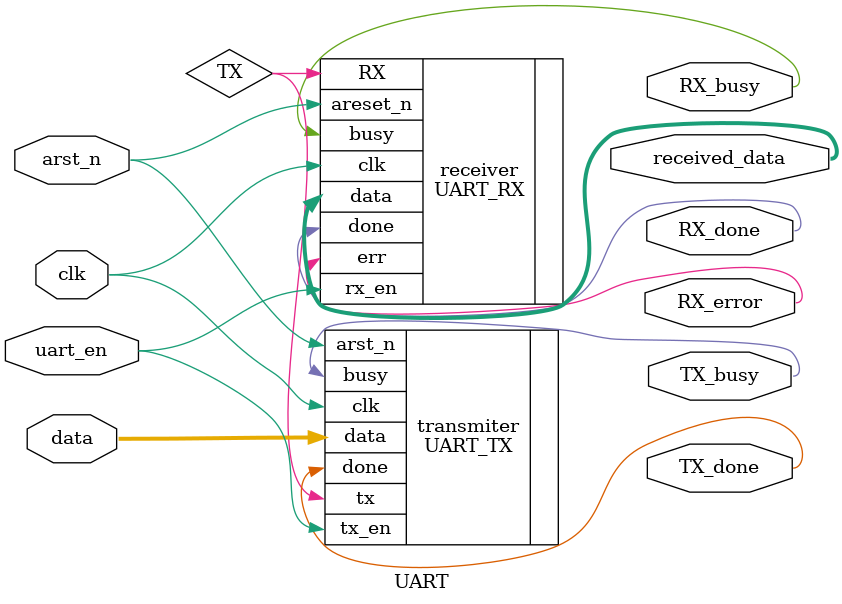
<source format=v>
module UART
(
	input clk, arst_n,
	input [7:0] data,
	input uart_en,
	output [7:0] received_data,
	output TX_busy,
	output TX_done,
	output RX_busy,
	output RX_done,
	output RX_error
);
wire TX;
UART_TX transmiter 
(
	.clk(clk),
	.arst_n(arst_n),
	.tx_en(uart_en),
	.data(data),
	.tx(TX),
	.done(TX_done),
	.busy(TX_busy)
);
UART_RX receiver
(
	.clk(clk),
	.areset_n(arst_n),
	.RX(TX),
	.rx_en(uart_en),
	.done(RX_done),
	.err(RX_error),
	.busy(RX_busy),
	.data(received_data)
);
endmodule

</source>
